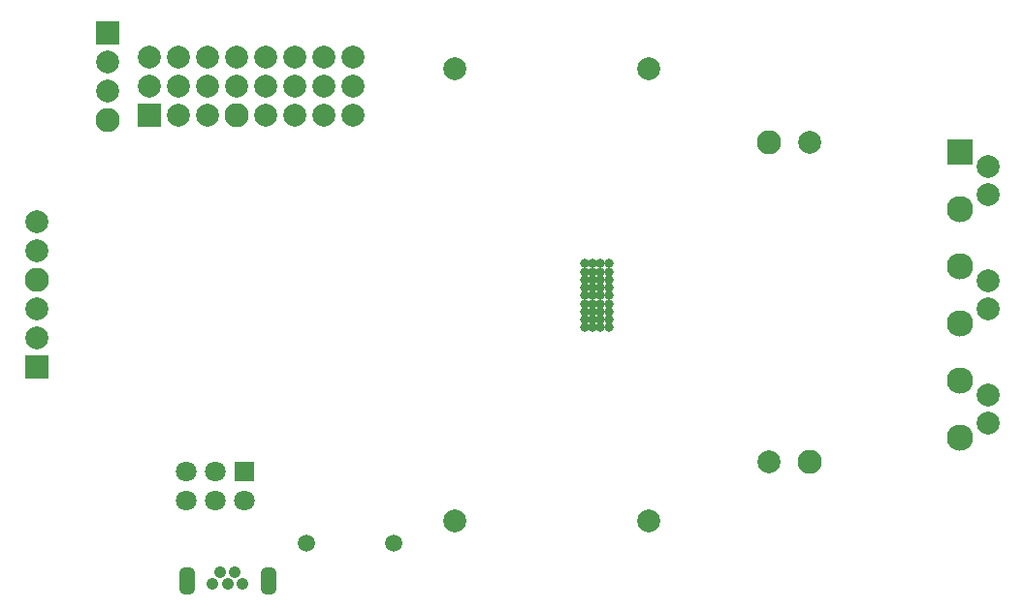
<source format=gts>
G04 Layer_Color=8388736*
%FSLAX43Y43*%
%MOMM*%
G71*
G01*
G75*
%ADD24C,1.500*%
%ADD26C,0.800*%
%ADD67C,2.000*%
%ADD68R,2.000X2.000*%
%ADD69C,2.103*%
%ADD70C,0.100*%
%ADD71C,2.300*%
%ADD72R,2.300X2.300*%
%ADD73R,2.000X2.000*%
%ADD74C,1.800*%
%ADD75R,1.800X1.800*%
%ADD76C,1.050*%
G04:AMPARAMS|DCode=77|XSize=2.3mm|YSize=1.3mm|CornerRadius=0.35mm|HoleSize=0mm|Usage=FLASHONLY|Rotation=90.000|XOffset=0mm|YOffset=0mm|HoleType=Round|Shape=RoundedRectangle|*
%AMROUNDEDRECTD77*
21,1,2.300,0.600,0,0,90.0*
21,1,1.600,1.300,0,0,90.0*
1,1,0.700,0.300,0.800*
1,1,0.700,0.300,-0.800*
1,1,0.700,-0.300,-0.800*
1,1,0.700,-0.300,0.800*
%
%ADD77ROUNDEDRECTD77*%
D24*
X26500Y6300D02*
D03*
X34100D02*
D03*
D26*
X52867Y28664D02*
D03*
Y27964D02*
D03*
Y27264D02*
D03*
Y26564D02*
D03*
Y25864D02*
D03*
Y25164D02*
D03*
Y29364D02*
D03*
Y30064D02*
D03*
Y30764D02*
D03*
X51467Y30764D02*
D03*
X50767Y30764D02*
D03*
X52167Y30764D02*
D03*
X51467Y30064D02*
D03*
X50767Y30064D02*
D03*
X52167Y30064D02*
D03*
X51467Y29364D02*
D03*
X50767Y29364D02*
D03*
X52167Y29364D02*
D03*
X51467Y25164D02*
D03*
X50767Y25164D02*
D03*
X51467Y25864D02*
D03*
X50767Y25864D02*
D03*
X52167Y25864D02*
D03*
Y25164D02*
D03*
Y26564D02*
D03*
X50767Y26564D02*
D03*
X51467Y26564D02*
D03*
X52167Y27264D02*
D03*
X50767Y27264D02*
D03*
X51467Y27264D02*
D03*
X52167Y27964D02*
D03*
X50767Y27964D02*
D03*
X51467Y27964D02*
D03*
X52167Y28664D02*
D03*
X50767Y28664D02*
D03*
X51467Y28664D02*
D03*
D67*
X22910Y43750D02*
D03*
X25450D02*
D03*
X30530D02*
D03*
X27990D02*
D03*
Y46290D02*
D03*
X30530D02*
D03*
X25450D02*
D03*
X22910D02*
D03*
Y48830D02*
D03*
X25450D02*
D03*
X30530D02*
D03*
X27990D02*
D03*
X20370D02*
D03*
X17830D02*
D03*
X15290D02*
D03*
X12750D02*
D03*
Y46290D02*
D03*
X15290D02*
D03*
X17830D02*
D03*
X20370D02*
D03*
X17830Y43750D02*
D03*
X15290D02*
D03*
X85976Y39286D02*
D03*
Y36786D02*
D03*
Y16786D02*
D03*
Y19286D02*
D03*
Y29286D02*
D03*
Y26786D02*
D03*
X9150Y48430D02*
D03*
X9150Y45890D02*
D03*
X2900Y31851D02*
D03*
Y24231D02*
D03*
Y26771D02*
D03*
Y34391D02*
D03*
X39400Y8286D02*
D03*
X56400D02*
D03*
X39400Y47786D02*
D03*
X56400D02*
D03*
X66900Y13400D02*
D03*
X70400Y41400D02*
D03*
D68*
X12750Y43750D02*
D03*
D69*
X20370D02*
D03*
X9150Y43350D02*
D03*
X2900Y29311D02*
D03*
X70400Y13400D02*
D03*
X66900Y41400D02*
D03*
D70*
X86500Y3500D02*
D03*
X86500Y52500D02*
D03*
X3500D02*
D03*
Y3500D02*
D03*
D71*
X83576Y15536D02*
D03*
Y25536D02*
D03*
X83576Y35536D02*
D03*
X83576Y30536D02*
D03*
X83576Y20536D02*
D03*
D72*
X83576Y40536D02*
D03*
D73*
X9150Y50970D02*
D03*
X2900Y21691D02*
D03*
D74*
X21040Y10035D02*
D03*
X18500Y10035D02*
D03*
X15960Y10035D02*
D03*
X15960Y12575D02*
D03*
X18500D02*
D03*
D75*
X21040D02*
D03*
D76*
X19599Y2800D02*
D03*
X18299D02*
D03*
X20899D02*
D03*
X18949Y3800D02*
D03*
X20249D02*
D03*
D77*
X23174Y3020D02*
D03*
X16024D02*
D03*
M02*

</source>
